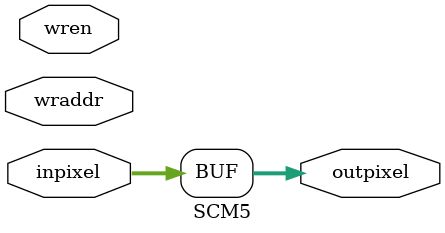
<source format=v>
`timescale 1ns / 1ps


module SCM5(input [5:0]wren, input[6:0]wraddr, input [11:0]inpixel, output reg [11:0] outpixel);
    
    always @*
    begin
//        if (wren[5:0] == 6'b000101)
            outpixel = inpixel;
    end
    
endmodule

</source>
